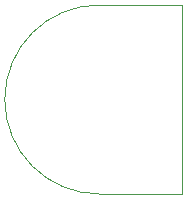
<source format=gbr>
%TF.GenerationSoftware,KiCad,Pcbnew,8.0.9*%
%TF.CreationDate,2025-07-17T23:13:56+09:00*%
%TF.ProjectId,ARTEMIS_ENC_AK,41525445-4d49-4535-9f45-4e435f414b2e,rev?*%
%TF.SameCoordinates,Original*%
%TF.FileFunction,Profile,NP*%
%FSLAX46Y46*%
G04 Gerber Fmt 4.6, Leading zero omitted, Abs format (unit mm)*
G04 Created by KiCad (PCBNEW 8.0.9) date 2025-07-17 23:13:56*
%MOMM*%
%LPD*%
G01*
G04 APERTURE LIST*
%TA.AperFunction,Profile*%
%ADD10C,0.050000*%
%TD*%
G04 APERTURE END LIST*
D10*
X55000000Y-45000000D02*
X55000000Y-61000000D01*
X48000000Y-61000000D02*
G75*
G02*
X48000000Y-45000000I0J8000000D01*
G01*
X55000000Y-61000000D02*
X48000000Y-61000000D01*
X55000000Y-45000000D02*
X48000000Y-45000000D01*
M02*

</source>
